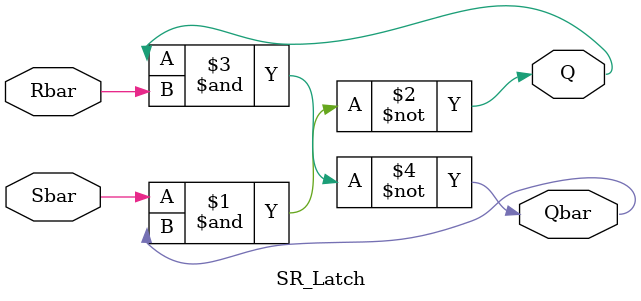
<source format=v>
module SR_Latch(Q,Qbar,Sbar,Rbar);

output Q,Qbar;
input Sbar,Rbar;

nand n1(Q,Sbar,Qbar);
nand n2(Qbar,Q,Rbar);

endmodule

</source>
